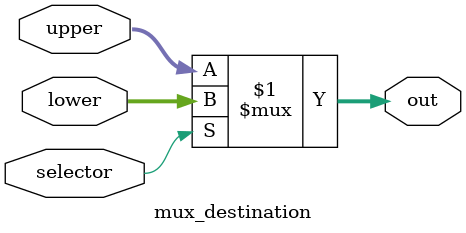
<source format=v>
module mux_destination (
	input [2:0] upper,
	input [2:0] lower,
	input selector,
	output [2:0] out
);
	assign out = selector ? lower : upper;
endmodule
</source>
